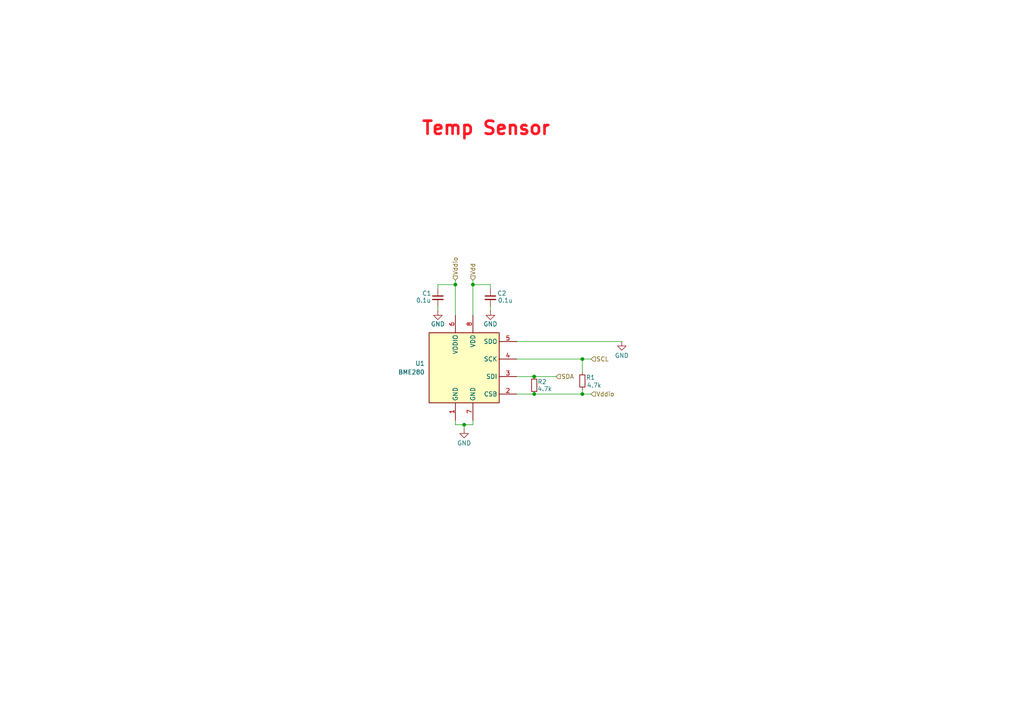
<source format=kicad_sch>
(kicad_sch (version 20250114) (generator "eeschema") (generator_version "9.0")
  (paper "A4")
  (lib_symbols
    (symbol "Device:C_Small" (pin_numbers (hide yes)) (pin_names (offset 0.254) (hide yes))
      (property "Reference" "C" (at 0.254 1.778 0))
      (property "Value" "C_Small" (at 0.254 -2.032 0))
      (symbol "C_Small_0_1"
        (polyline (pts (xy -1.524 0.508) (xy 1.524 0.508)) (stroke (width 0.3048)))
        (polyline (pts (xy -1.524 -0.508) (xy 1.524 -0.508)) (stroke (width 0.3302)))
      )
      (symbol "C_Small_1_1"
        (pin passive line (at 0 2.54 270) (length 2.032) (name "~") (number "1"))
        (pin passive line (at 0 -2.54 90) (length 2.032) (name "~") (number "2"))
      )
    )
    (symbol "Device:R_Small" (pin_numbers (hide yes)) (pin_names (offset 0.254) (hide yes))
      (property "Reference" "R" (at 0.762 0.508 0))
      (property "Value" "R_Small" (at 0.762 -1.016 0))
      (symbol "R_Small_0_1"
        (rectangle (start -0.762 1.778) (end 0.762 -1.778) (stroke (width 0.2032)))
      )
      (symbol "R_Small_1_1"
        (pin passive line (at 0 2.54 270) (length 0.762) (name "~") (number "1"))
        (pin passive line (at 0 -2.54 90) (length 0.762) (name "~") (number "2"))
      )
    )
    (symbol "Sensor:BME280"
      (property "Reference" "U" (at -8.89 11.43 0))
      (property "Value" "BME280" (at 7.62 11.43 0))
      (symbol "BME280_0_1"
        (rectangle (start -10.16 10.16) (end 10.16 -10.16) (stroke (width 0.254)) (fill (type background)))
      )
      (symbol "BME280_1_1"
        (pin power_in line (at -2.54 15.24 270) (length 5.08) (name "VDDIO") (number "6"))
        (pin power_in line (at -2.54 -15.24 90) (length 5.08) (name "GND") (number "1"))
        (pin power_in line (at 2.54 15.24 270) (length 5.08) (name "VDD") (number "8"))
        (pin power_in line (at 2.54 -15.24 90) (length 5.08) (name "GND") (number "7"))
        (pin bidirectional line (at 15.24 7.62 180) (length 5.08) (name "SDO") (number "5"))
        (pin input line (at 15.24 2.54 180) (length 5.08) (name "SCK") (number "4"))
        (pin bidirectional line (at 15.24 -2.54 180) (length 5.08) (name "SDI") (number "3"))
        (pin input line (at 15.24 -7.62 180) (length 5.08) (name "CSB") (number "2"))
      )
    )
    (symbol "power:GND" (power) (pin_numbers (hide yes)) (pin_names (offset 0) (hide yes))
      (property "Value" "GND" (at 0 -3.81 0))
      (symbol "GND_0_1"
        (polyline (pts (xy 0 0) (xy 0 -1.27) (xy 1.27 -1.27) (xy 0 -2.54) (xy -1.27 -1.27) (xy 0 -1.27)))
      )
      (symbol "GND_1_1"
        (pin power_in line (at 0 0 270) (length 0) (name "~") (number "1"))
      )
    )
  )
  (text "Temp Sensor\n" (at 140.97 37.338 0) (effects (font (size 3.81 3.81) (thickness 0.762) (bold yes))))
  (junction (at 137.16 82.55))
  (junction (at 168.91 104.14))
  (junction (at 154.94 114.3))
  (junction (at 168.91 114.3))
  (junction (at 134.62 123.19))
  (junction (at 132.08 82.55))
  (junction (at 154.94 109.22))
  (wire (pts (xy 142.24 83.82) (xy 142.24 82.55)))
  (wire (pts (xy 168.91 107.95) (xy 168.91 104.14)))
  (wire (pts (xy 168.91 114.3) (xy 168.91 113.03)))
  (wire (pts (xy 134.62 123.19) (xy 137.16 123.19)))
  (wire (pts (xy 168.91 104.14) (xy 171.45 104.14)))
  (wire (pts (xy 154.94 114.3) (xy 168.91 114.3)))
  (wire (pts (xy 149.86 99.06) (xy 180.34 99.06)))
  (wire (pts (xy 132.08 121.92) (xy 132.08 123.19)))
  (wire (pts (xy 127 82.55) (xy 127 83.82)))
  (wire (pts (xy 137.16 82.55) (xy 137.16 91.44)))
  (wire (pts (xy 134.62 123.19) (xy 134.62 124.46)))
  (wire (pts (xy 149.86 114.3) (xy 154.94 114.3)))
  (wire (pts (xy 137.16 81.28) (xy 137.16 82.55)))
  (wire (pts (xy 149.86 109.22) (xy 154.94 109.22)))
  (wire (pts (xy 127 82.55) (xy 132.08 82.55)))
  (wire (pts (xy 127 88.9) (xy 127 90.17)))
  (wire (pts (xy 132.08 82.55) (xy 132.08 91.44)))
  (wire (pts (xy 149.86 104.14) (xy 168.91 104.14)))
  (wire (pts (xy 142.24 88.9) (xy 142.24 90.17)))
  (wire (pts (xy 137.16 82.55) (xy 142.24 82.55)))
  (wire (pts (xy 137.16 121.92) (xy 137.16 123.19)))
  (wire (pts (xy 168.91 114.3) (xy 171.45 114.3)))
  (wire (pts (xy 154.94 109.22) (xy 161.29 109.22)))
  (wire (pts (xy 132.08 81.28) (xy 132.08 82.55)))
  (wire (pts (xy 132.08 123.19) (xy 134.62 123.19)))
  (hierarchical_label "Vddio" (shape input) (at 171.45 114.3 0))
  (hierarchical_label "SDA" (shape input) (at 161.29 109.22 0))
  (hierarchical_label "Vdd" (shape input) (at 137.16 81.28 90))
  (hierarchical_label "SCL" (shape input) (at 171.45 104.14 0))
  (hierarchical_label "Vddio" (shape input) (at 132.08 81.28 90))
  (symbol (lib_id "power:GND") (at 134.62 124.46 0) (unit 1)
    (property "Reference" "#PWR05" (effects (hide yes)))
    (property "Value" "GND" (at 134.62 128.524 0))
    (property "Description" "Power symbol creates a global label with name \"GND\" , ground" (effects (hide yes)))
  )
  (symbol (lib_id "Device:C_Small") (at 127 86.36 0) (unit 1)
    (property "Reference" "C1" (at 122.428 85.09 0) (effects (justify left)))
    (property "Value" "0.1u" (at 120.65 87.122 0) (effects (justify left)))
    (property "Footprint" "Capacitor_SMD:C_0603_1608Metric" (effects (hide yes)))
    (property "Description" "Unpolarized capacitor, small symbol" (effects (hide yes)))
  )
  (symbol (lib_id "Device:C_Small") (at 142.24 86.36 0) (unit 1)
    (property "Reference" "C2" (at 145.542 85.09 0))
    (property "Value" "0.1u" (at 146.558 87.122 0))
    (property "Footprint" "Capacitor_SMD:C_0603_1608Metric" (effects (hide yes)))
    (property "Description" "Unpolarized capacitor, small symbol" (effects (hide yes)))
  )
  (symbol (lib_id "Device:R_Small") (at 168.91 110.49 0) (unit 1)
    (property "Reference" "R1" (at 169.926 109.474 0) (effects (justify left)))
    (property "Value" "4.7k" (at 170.18 111.76 0) (effects (justify left)))
    (property "Footprint" "Resistor_SMD:R_0603_1608Metric" (effects (hide yes)))
    (property "Description" "Resistor, small symbol" (effects (hide yes)))
  )
  (symbol (lib_id "power:GND") (at 127 90.17 0) (unit 1)
    (property "Reference" "#PWR06" (effects (hide yes)))
    (property "Value" "GND" (at 127 93.98 0))
    (property "Description" "Power symbol creates a global label with name \"GND\" , ground" (effects (hide yes)))
  )
  (symbol (lib_id "power:GND") (at 142.24 90.17 0) (unit 1)
    (property "Reference" "#PWR07" (effects (hide yes)))
    (property "Value" "GND" (at 142.24 93.98 0))
    (property "Description" "Power symbol creates a global label with name \"GND\" , ground" (effects (hide yes)))
  )
  (symbol (lib_id "power:GND") (at 180.34 99.06 0) (unit 1)
    (property "Reference" "#PWR046" (effects (hide yes)))
    (property "Value" "GND" (at 180.34 103.124 0))
    (property "Description" "Power symbol creates a global label with name \"GND\" , ground" (effects (hide yes)))
  )
  (symbol (lib_id "Device:R_Small") (at 154.94 111.76 0) (unit 1)
    (property "Reference" "R2" (at 157.226 110.744 0))
    (property "Value" "4.7k" (at 157.988 112.776 0))
    (property "Footprint" "Resistor_SMD:R_0603_1608Metric" (effects (hide yes)))
    (property "Description" "Resistor, small symbol" (effects (hide yes)))
  )
  (symbol (lib_id "Sensor:BME280") (at 134.62 106.68 0) (unit 1)
    (property "Reference" "U1" (at 123.19 105.4099 0) (effects (justify right)))
    (property "Value" "BME280" (at 123.19 107.9499 0) (effects (justify right)))
    (property "Footprint" "Package_LGA:Bosch_LGA-8_2.5x2.5mm_P0.65mm_ClockwisePinNumbering" (effects (hide yes)))
    (property "Datasheet" "https://www.bosch-sensortec.com/media/boschsensortec/downloads/datasheets/bst-bme280-ds002.pdf" (effects (hide yes)))
    (property "Description" "3-in-1 sensor, humidity, pressure, temperature, I2C and SPI interface, 1.71-3.6V, LGA-8" (effects (hide yes)))
  )
)
</source>
